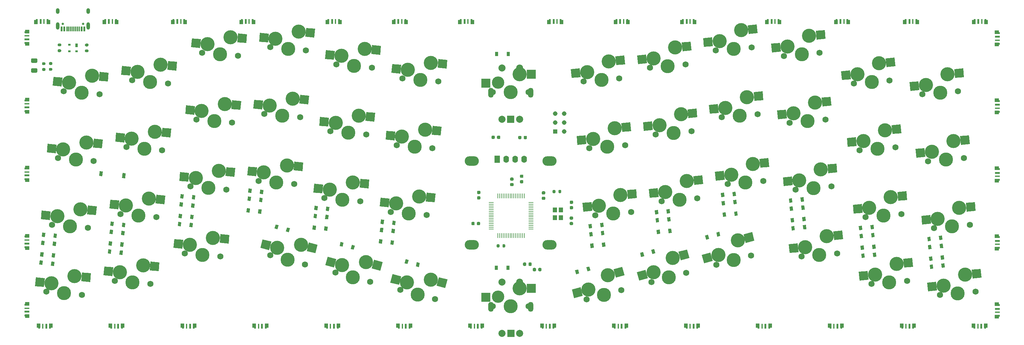
<source format=gbr>
%TF.GenerationSoftware,KiCad,Pcbnew,(5.1.8)-1*%
%TF.CreationDate,2021-01-22T10:31:16-05:00*%
%TF.ProjectId,ergo_60_case,6572676f-5f36-4305-9f63-6173652e6b69,rev?*%
%TF.SameCoordinates,Original*%
%TF.FileFunction,Soldermask,Bot*%
%TF.FilePolarity,Negative*%
%FSLAX46Y46*%
G04 Gerber Fmt 4.6, Leading zero omitted, Abs format (unit mm)*
G04 Created by KiCad (PCBNEW (5.1.8)-1) date 2021-01-22 10:31:16*
%MOMM*%
%LPD*%
G01*
G04 APERTURE LIST*
%ADD10R,1.150000X1.000000*%
%ADD11R,1.400000X0.550000*%
%ADD12R,1.400000X0.450000*%
%ADD13R,1.400000X0.600000*%
%ADD14R,1.000000X1.150000*%
%ADD15R,0.550000X1.400000*%
%ADD16R,0.450000X1.400000*%
%ADD17R,0.600000X1.400000*%
%ADD18O,4.000000X2.700000*%
%ADD19O,1.600000X2.000000*%
%ADD20R,1.600000X2.000000*%
%ADD21C,4.000000*%
%ADD22C,3.987800*%
%ADD23O,3.500000X3.500000*%
%ADD24C,1.750000*%
%ADD25R,2.550000X2.500000*%
%ADD26O,1.500000X2.800000*%
%ADD27C,2.000000*%
%ADD28O,2.000000X4.000000*%
%ADD29R,2.000000X2.000000*%
%ADD30C,0.100000*%
%ADD31R,0.280000X1.470000*%
%ADD32R,1.470000X0.280000*%
%ADD33R,1.308000X1.308000*%
%ADD34C,1.308000*%
%ADD35R,1.200000X1.400000*%
%ADD36R,0.600000X1.450000*%
%ADD37R,0.300000X1.450000*%
%ADD38C,0.650000*%
%ADD39O,1.000000X2.100000*%
%ADD40O,1.000000X1.600000*%
%ADD41R,0.700000X1.000000*%
%ADD42R,0.700000X0.600000*%
%ADD43R,0.900000X1.200000*%
G04 APERTURE END LIST*
D10*
%TO.C,D66*%
X343680000Y-83520000D03*
X343680000Y-87020000D03*
D11*
X343810000Y-86790000D03*
D12*
X343810000Y-85795000D03*
D13*
X343810000Y-84820000D03*
D11*
X343810000Y-83745000D03*
%TD*%
D10*
%TO.C,D68*%
X343680000Y-122140000D03*
X343680000Y-125640000D03*
D11*
X343810000Y-125410000D03*
D12*
X343810000Y-124415000D03*
D13*
X343810000Y-123440000D03*
D11*
X343810000Y-122365000D03*
%TD*%
D10*
%TO.C,D67*%
X343680000Y-102830000D03*
X343680000Y-106330000D03*
D11*
X343810000Y-106100000D03*
D12*
X343810000Y-105105000D03*
D13*
X343810000Y-104130000D03*
D11*
X343810000Y-103055000D03*
%TD*%
D14*
%TO.C,D90*%
X71580000Y-80620000D03*
X75080000Y-80620000D03*
D15*
X74850000Y-80490000D03*
D16*
X73855000Y-80490000D03*
D17*
X72880000Y-80490000D03*
D15*
X71805000Y-80490000D03*
%TD*%
D10*
%TO.C,D89*%
X69120000Y-86810000D03*
X69120000Y-83310000D03*
D11*
X68990000Y-83540000D03*
D12*
X68990000Y-84535000D03*
D13*
X68990000Y-85510000D03*
D11*
X68990000Y-86585000D03*
%TD*%
D10*
%TO.C,D88*%
X69120000Y-106147500D03*
X69120000Y-102647500D03*
D11*
X68990000Y-102877500D03*
D12*
X68990000Y-103872500D03*
D13*
X68990000Y-104847500D03*
D11*
X68990000Y-105922500D03*
%TD*%
D10*
%TO.C,D87*%
X69120000Y-125485000D03*
X69120000Y-121985000D03*
D11*
X68990000Y-122215000D03*
D12*
X68990000Y-123210000D03*
D13*
X68990000Y-124185000D03*
D11*
X68990000Y-125260000D03*
%TD*%
D10*
%TO.C,D86*%
X69120000Y-144822500D03*
X69120000Y-141322500D03*
D11*
X68990000Y-141552500D03*
D12*
X68990000Y-142547500D03*
D13*
X68990000Y-143522500D03*
D11*
X68990000Y-144597500D03*
%TD*%
D10*
%TO.C,D85*%
X69120000Y-164160000D03*
X69120000Y-160660000D03*
D11*
X68990000Y-160890000D03*
D12*
X68990000Y-161885000D03*
D13*
X68990000Y-162860000D03*
D11*
X68990000Y-163935000D03*
%TD*%
D14*
%TO.C,D84*%
X75770000Y-166830000D03*
X72270000Y-166830000D03*
D15*
X72500000Y-166960000D03*
D16*
X73495000Y-166960000D03*
D17*
X74470000Y-166960000D03*
D15*
X75545000Y-166960000D03*
%TD*%
D14*
%TO.C,D83*%
X96139230Y-166830000D03*
X92639230Y-166830000D03*
D15*
X92869230Y-166960000D03*
D16*
X93864230Y-166960000D03*
D17*
X94839230Y-166960000D03*
D15*
X95914230Y-166960000D03*
%TD*%
D14*
%TO.C,D82*%
X116508460Y-166830000D03*
X113008460Y-166830000D03*
D15*
X113238460Y-166960000D03*
D16*
X114233460Y-166960000D03*
D17*
X115208460Y-166960000D03*
D15*
X116283460Y-166960000D03*
%TD*%
D14*
%TO.C,D81*%
X136877690Y-166830000D03*
X133377690Y-166830000D03*
D15*
X133607690Y-166960000D03*
D16*
X134602690Y-166960000D03*
D17*
X135577690Y-166960000D03*
D15*
X136652690Y-166960000D03*
%TD*%
D14*
%TO.C,D80*%
X157246920Y-166830000D03*
X153746920Y-166830000D03*
D15*
X153976920Y-166960000D03*
D16*
X154971920Y-166960000D03*
D17*
X155946920Y-166960000D03*
D15*
X157021920Y-166960000D03*
%TD*%
D14*
%TO.C,D79*%
X177616150Y-166830000D03*
X174116150Y-166830000D03*
D15*
X174346150Y-166960000D03*
D16*
X175341150Y-166960000D03*
D17*
X176316150Y-166960000D03*
D15*
X177391150Y-166960000D03*
%TD*%
D14*
%TO.C,D78*%
X197985380Y-166830000D03*
X194485380Y-166830000D03*
D15*
X194715380Y-166960000D03*
D16*
X195710380Y-166960000D03*
D17*
X196685380Y-166960000D03*
D15*
X197760380Y-166960000D03*
%TD*%
D14*
%TO.C,D77*%
X218354610Y-166830000D03*
X214854610Y-166830000D03*
D15*
X215084610Y-166960000D03*
D16*
X216079610Y-166960000D03*
D17*
X217054610Y-166960000D03*
D15*
X218129610Y-166960000D03*
%TD*%
D14*
%TO.C,D76*%
X238723840Y-166830000D03*
X235223840Y-166830000D03*
D15*
X235453840Y-166960000D03*
D16*
X236448840Y-166960000D03*
D17*
X237423840Y-166960000D03*
D15*
X238498840Y-166960000D03*
%TD*%
D14*
%TO.C,D75*%
X259093070Y-166830000D03*
X255593070Y-166830000D03*
D15*
X255823070Y-166960000D03*
D16*
X256818070Y-166960000D03*
D17*
X257793070Y-166960000D03*
D15*
X258868070Y-166960000D03*
%TD*%
D14*
%TO.C,D74*%
X279462300Y-166830000D03*
X275962300Y-166830000D03*
D15*
X276192300Y-166960000D03*
D16*
X277187300Y-166960000D03*
D17*
X278162300Y-166960000D03*
D15*
X279237300Y-166960000D03*
%TD*%
D14*
%TO.C,D73*%
X299831530Y-166830000D03*
X296331530Y-166830000D03*
D15*
X296561530Y-166960000D03*
D16*
X297556530Y-166960000D03*
D17*
X298531530Y-166960000D03*
D15*
X299606530Y-166960000D03*
%TD*%
D14*
%TO.C,D72*%
X320200760Y-166830000D03*
X316700760Y-166830000D03*
D15*
X316930760Y-166960000D03*
D16*
X317925760Y-166960000D03*
D17*
X318900760Y-166960000D03*
D15*
X319975760Y-166960000D03*
%TD*%
D14*
%TO.C,D71*%
X340570000Y-166830000D03*
X337070000Y-166830000D03*
D15*
X337300000Y-166960000D03*
D16*
X338295000Y-166960000D03*
D17*
X339270000Y-166960000D03*
D15*
X340345000Y-166960000D03*
%TD*%
D10*
%TO.C,D70*%
X343680000Y-160760000D03*
X343680000Y-164260000D03*
D11*
X343810000Y-164030000D03*
D12*
X343810000Y-163035000D03*
D13*
X343810000Y-162060000D03*
D11*
X343810000Y-160985000D03*
%TD*%
D10*
%TO.C,D69*%
X343680000Y-141450000D03*
X343680000Y-144950000D03*
D11*
X343810000Y-144720000D03*
D12*
X343810000Y-143725000D03*
D13*
X343810000Y-142750000D03*
D11*
X343810000Y-141675000D03*
%TD*%
D14*
%TO.C,D65*%
X337140000Y-80620000D03*
X340640000Y-80620000D03*
D15*
X340410000Y-80490000D03*
D16*
X339415000Y-80490000D03*
D17*
X338440000Y-80490000D03*
D15*
X337365000Y-80490000D03*
%TD*%
D14*
%TO.C,D64*%
X317616666Y-80620000D03*
X321116666Y-80620000D03*
D15*
X320886666Y-80490000D03*
D16*
X319891666Y-80490000D03*
D17*
X318916666Y-80490000D03*
D15*
X317841666Y-80490000D03*
%TD*%
D14*
%TO.C,D63*%
X298093333Y-80620000D03*
X301593333Y-80620000D03*
D15*
X301363333Y-80490000D03*
D16*
X300368333Y-80490000D03*
D17*
X299393333Y-80490000D03*
D15*
X298318333Y-80490000D03*
%TD*%
D14*
%TO.C,D62*%
X278570000Y-80620000D03*
X282070000Y-80620000D03*
D15*
X281840000Y-80490000D03*
D16*
X280845000Y-80490000D03*
D17*
X279870000Y-80490000D03*
D15*
X278795000Y-80490000D03*
%TD*%
D14*
%TO.C,D61*%
X254540000Y-80620000D03*
X258040000Y-80620000D03*
D15*
X257810000Y-80490000D03*
D16*
X256815000Y-80490000D03*
D17*
X255840000Y-80490000D03*
D15*
X254765000Y-80490000D03*
%TD*%
D14*
%TO.C,D60*%
X235705000Y-80620000D03*
X239205000Y-80620000D03*
D15*
X238975000Y-80490000D03*
D16*
X237980000Y-80490000D03*
D17*
X237005000Y-80490000D03*
D15*
X235930000Y-80490000D03*
%TD*%
D14*
%TO.C,D59*%
X216870000Y-80620000D03*
X220370000Y-80620000D03*
D15*
X220140000Y-80490000D03*
D16*
X219145000Y-80490000D03*
D17*
X218170000Y-80490000D03*
D15*
X217095000Y-80490000D03*
%TD*%
D14*
%TO.C,D58*%
X191630000Y-80620000D03*
X195130000Y-80620000D03*
D15*
X194900000Y-80490000D03*
D16*
X193905000Y-80490000D03*
D17*
X192930000Y-80490000D03*
D15*
X191855000Y-80490000D03*
%TD*%
D14*
%TO.C,D57*%
X172880000Y-80620000D03*
X176380000Y-80620000D03*
D15*
X176150000Y-80490000D03*
D16*
X175155000Y-80490000D03*
D17*
X174180000Y-80490000D03*
D15*
X173105000Y-80490000D03*
%TD*%
D14*
%TO.C,D56*%
X154130000Y-80620000D03*
X157630000Y-80620000D03*
D15*
X157400000Y-80490000D03*
D16*
X156405000Y-80490000D03*
D17*
X155430000Y-80490000D03*
D15*
X154355000Y-80490000D03*
%TD*%
D14*
%TO.C,D55*%
X129670000Y-80620000D03*
X133170000Y-80620000D03*
D15*
X132940000Y-80490000D03*
D16*
X131945000Y-80490000D03*
D17*
X130970000Y-80490000D03*
D15*
X129895000Y-80490000D03*
%TD*%
D14*
%TO.C,D54*%
X110306666Y-80620000D03*
X113806666Y-80620000D03*
D15*
X113576666Y-80490000D03*
D16*
X112581666Y-80490000D03*
D17*
X111606666Y-80490000D03*
D15*
X110531666Y-80490000D03*
%TD*%
D14*
%TO.C,D53*%
X90943333Y-80620000D03*
X94443333Y-80620000D03*
D15*
X94213333Y-80490000D03*
D16*
X93218333Y-80490000D03*
D17*
X92243333Y-80490000D03*
D15*
X91168333Y-80490000D03*
%TD*%
D18*
%TO.C,U2*%
X195000000Y-143900000D03*
X217000000Y-143900000D03*
X217000000Y-120100000D03*
X195000000Y-120100000D03*
D19*
X209810000Y-119570000D03*
X207270000Y-119570000D03*
D20*
X202190000Y-119570000D03*
D19*
X204730000Y-119570000D03*
%TD*%
D21*
%TO.C,MX_ec11_46*%
X208570000Y-156280000D03*
D22*
X206030000Y-161360000D03*
D23*
X202420000Y-158620000D03*
D24*
X200950000Y-161360000D03*
X211110000Y-161360000D03*
D25*
X198945000Y-158820000D03*
X211845000Y-156280000D03*
D26*
X211640000Y-161500000D03*
D27*
X203540000Y-169000000D03*
X208540000Y-169000000D03*
D28*
X208540000Y-155500000D03*
D26*
X200440000Y-161500000D03*
D27*
X203540000Y-154500000D03*
D29*
X206040000Y-169000000D03*
%TD*%
D21*
%TO.C,MX_ec11_7*%
X208560000Y-95480000D03*
D22*
X206020000Y-100560000D03*
D23*
X202410000Y-97820000D03*
D24*
X200940000Y-100560000D03*
X211100000Y-100560000D03*
D25*
X198935000Y-98020000D03*
X211835000Y-95480000D03*
D26*
X211630000Y-100700000D03*
D27*
X203530000Y-108200000D03*
X208530000Y-108200000D03*
D28*
X208530000Y-94700000D03*
D26*
X200430000Y-100700000D03*
D27*
X203530000Y-93700000D03*
D29*
X206030000Y-108200000D03*
%TD*%
%TO.C,C11*%
G36*
G01*
X213820000Y-151170000D02*
X213820000Y-150670000D01*
G75*
G02*
X214045000Y-150445000I225000J0D01*
G01*
X214495000Y-150445000D01*
G75*
G02*
X214720000Y-150670000I0J-225000D01*
G01*
X214720000Y-151170000D01*
G75*
G02*
X214495000Y-151395000I-225000J0D01*
G01*
X214045000Y-151395000D01*
G75*
G02*
X213820000Y-151170000I0J225000D01*
G01*
G37*
G36*
G01*
X212270000Y-151170000D02*
X212270000Y-150670000D01*
G75*
G02*
X212495000Y-150445000I225000J0D01*
G01*
X212945000Y-150445000D01*
G75*
G02*
X213170000Y-150670000I0J-225000D01*
G01*
X213170000Y-151170000D01*
G75*
G02*
X212945000Y-151395000I-225000J0D01*
G01*
X212495000Y-151395000D01*
G75*
G02*
X212270000Y-151170000I0J225000D01*
G01*
G37*
%TD*%
%TO.C,C10*%
G36*
G01*
X211055000Y-149640000D02*
X211055000Y-149140000D01*
G75*
G02*
X211280000Y-148915000I225000J0D01*
G01*
X211730000Y-148915000D01*
G75*
G02*
X211955000Y-149140000I0J-225000D01*
G01*
X211955000Y-149640000D01*
G75*
G02*
X211730000Y-149865000I-225000J0D01*
G01*
X211280000Y-149865000D01*
G75*
G02*
X211055000Y-149640000I0J225000D01*
G01*
G37*
G36*
G01*
X209505000Y-149640000D02*
X209505000Y-149140000D01*
G75*
G02*
X209730000Y-148915000I225000J0D01*
G01*
X210180000Y-148915000D01*
G75*
G02*
X210405000Y-149140000I0J-225000D01*
G01*
X210405000Y-149640000D01*
G75*
G02*
X210180000Y-149865000I-225000J0D01*
G01*
X209730000Y-149865000D01*
G75*
G02*
X209505000Y-149640000I0J225000D01*
G01*
G37*
%TD*%
%TO.C,C9*%
G36*
G01*
X203035000Y-113110000D02*
X203035000Y-113610000D01*
G75*
G02*
X202810000Y-113835000I-225000J0D01*
G01*
X202360000Y-113835000D01*
G75*
G02*
X202135000Y-113610000I0J225000D01*
G01*
X202135000Y-113110000D01*
G75*
G02*
X202360000Y-112885000I225000J0D01*
G01*
X202810000Y-112885000D01*
G75*
G02*
X203035000Y-113110000I0J-225000D01*
G01*
G37*
G36*
G01*
X201485000Y-113110000D02*
X201485000Y-113610000D01*
G75*
G02*
X201260000Y-113835000I-225000J0D01*
G01*
X200810000Y-113835000D01*
G75*
G02*
X200585000Y-113610000I0J225000D01*
G01*
X200585000Y-113110000D01*
G75*
G02*
X200810000Y-112885000I225000J0D01*
G01*
X201260000Y-112885000D01*
G75*
G02*
X201485000Y-113110000I0J-225000D01*
G01*
G37*
%TD*%
%TO.C,C8*%
G36*
G01*
X208145000Y-113670000D02*
X208145000Y-113170000D01*
G75*
G02*
X208370000Y-112945000I225000J0D01*
G01*
X208820000Y-112945000D01*
G75*
G02*
X209045000Y-113170000I0J-225000D01*
G01*
X209045000Y-113670000D01*
G75*
G02*
X208820000Y-113895000I-225000J0D01*
G01*
X208370000Y-113895000D01*
G75*
G02*
X208145000Y-113670000I0J225000D01*
G01*
G37*
G36*
G01*
X209695000Y-113670000D02*
X209695000Y-113170000D01*
G75*
G02*
X209920000Y-112945000I225000J0D01*
G01*
X210370000Y-112945000D01*
G75*
G02*
X210595000Y-113170000I0J-225000D01*
G01*
X210595000Y-113670000D01*
G75*
G02*
X210370000Y-113895000I-225000J0D01*
G01*
X209920000Y-113895000D01*
G75*
G02*
X209695000Y-113670000I0J225000D01*
G01*
G37*
%TD*%
D30*
%TO.C,MX9*%
G36*
X254661755Y-88917992D02*
G01*
X254443866Y-86427505D01*
X256984163Y-86205258D01*
X257202052Y-88695745D01*
X254661755Y-88917992D01*
G37*
G36*
X242032219Y-92572636D02*
G01*
X241814330Y-90082149D01*
X244354627Y-89859902D01*
X244572516Y-92350389D01*
X242032219Y-92572636D01*
G37*
D24*
X255533507Y-92686354D03*
X245412169Y-93571856D03*
D21*
X246455961Y-90930834D03*
D22*
X250472838Y-93129105D03*
D21*
X252560421Y-87847060D03*
%TD*%
D31*
%TO.C,U3*%
X202370000Y-141300000D03*
X202870000Y-141300000D03*
X203370000Y-141300000D03*
X203870000Y-141300000D03*
X204370000Y-141300000D03*
X204870000Y-141300000D03*
X205370000Y-141300000D03*
X205870000Y-141300000D03*
X206370000Y-141300000D03*
X206870000Y-141300000D03*
X207370000Y-141300000D03*
X207870000Y-141300000D03*
X208370000Y-141300000D03*
X208870000Y-141300000D03*
X209370000Y-141300000D03*
X209870000Y-141300000D03*
X209870000Y-129960000D03*
X209370000Y-129960000D03*
X208870000Y-129960000D03*
X208370000Y-129960000D03*
X207870000Y-129960000D03*
X207370000Y-129960000D03*
X206870000Y-129960000D03*
X206370000Y-129960000D03*
X205870000Y-129960000D03*
X205370000Y-129960000D03*
X204870000Y-129960000D03*
X204370000Y-129960000D03*
X203870000Y-129960000D03*
X203370000Y-129960000D03*
X202870000Y-129960000D03*
X202370000Y-129960000D03*
D32*
X200450000Y-131880000D03*
X200450000Y-132380000D03*
X200450000Y-132880000D03*
X200450000Y-133380000D03*
X200450000Y-133880000D03*
X200450000Y-134380000D03*
X200450000Y-134880000D03*
X200450000Y-135380000D03*
X200450000Y-135880000D03*
X200450000Y-136380000D03*
X200450000Y-136880000D03*
X200450000Y-137380000D03*
X200450000Y-137880000D03*
X200450000Y-138380000D03*
X200450000Y-138880000D03*
X200450000Y-139380000D03*
X211790000Y-139380000D03*
X211790000Y-138880000D03*
X211790000Y-138380000D03*
X211790000Y-137880000D03*
X211790000Y-137380000D03*
X211790000Y-136880000D03*
X211790000Y-136380000D03*
X211790000Y-135880000D03*
X211790000Y-135380000D03*
X211790000Y-134880000D03*
X211790000Y-134380000D03*
X211790000Y-133880000D03*
X211790000Y-133380000D03*
X211790000Y-132880000D03*
X211790000Y-132380000D03*
X211790000Y-131880000D03*
%TD*%
D30*
%TO.C,MX14*%
G36*
X87709217Y-116259103D02*
G01*
X87927106Y-113768616D01*
X90467403Y-113990863D01*
X90249514Y-116481350D01*
X87709217Y-116259103D01*
G37*
G36*
X74636930Y-117665128D02*
G01*
X74854819Y-115174641D01*
X77395116Y-115396888D01*
X77177227Y-117887375D01*
X74636930Y-117665128D01*
G37*
D24*
X87913356Y-120121592D03*
X77792018Y-119236090D03*
D21*
X79278561Y-116816443D03*
D22*
X82852687Y-119678841D03*
D21*
X85825773Y-114839548D03*
%TD*%
D30*
%TO.C,MX25*%
G36*
X314084758Y-112403305D02*
G01*
X313866869Y-109912818D01*
X316407166Y-109690571D01*
X316625055Y-112181058D01*
X314084758Y-112403305D01*
G37*
G36*
X301455222Y-116057949D02*
G01*
X301237333Y-113567462D01*
X303777630Y-113345215D01*
X303995519Y-115835702D01*
X301455222Y-116057949D01*
G37*
D24*
X314956510Y-116171667D03*
X304835172Y-117057169D03*
D21*
X305878964Y-114416147D03*
D22*
X309895841Y-116614418D03*
D21*
X311983424Y-111332373D03*
%TD*%
D30*
%TO.C,MX47*%
G36*
X235767133Y-153205651D02*
G01*
X235120086Y-150790836D01*
X237583197Y-150130847D01*
X238230244Y-152545662D01*
X235767133Y-153205651D01*
G37*
G36*
X223964090Y-158997868D02*
G01*
X223317043Y-156583053D01*
X225780154Y-155923064D01*
X226427201Y-158337879D01*
X223964090Y-158997868D01*
G37*
D24*
X237280010Y-156765384D03*
X227466204Y-159394986D03*
D21*
X228035529Y-156612834D03*
D22*
X232373107Y-158080185D03*
D21*
X233511758Y-152515881D03*
%TD*%
D30*
%TO.C,MX22*%
G36*
X256322073Y-107895500D02*
G01*
X256104184Y-105405013D01*
X258644481Y-105182766D01*
X258862370Y-107673253D01*
X256322073Y-107895500D01*
G37*
G36*
X243692537Y-111550144D02*
G01*
X243474648Y-109059657D01*
X246014945Y-108837410D01*
X246232834Y-111327897D01*
X243692537Y-111550144D01*
G37*
D24*
X257193825Y-111663862D03*
X247072487Y-112549364D03*
D21*
X248116279Y-109908342D03*
D22*
X252133156Y-112106613D03*
D21*
X254220739Y-106824568D03*
%TD*%
D30*
%TO.C,MX52*%
G36*
X336798024Y-153442881D02*
G01*
X336580135Y-150952394D01*
X339120432Y-150730147D01*
X339338321Y-153220634D01*
X336798024Y-153442881D01*
G37*
G36*
X324168488Y-157097525D02*
G01*
X323950599Y-154607038D01*
X326490896Y-154384791D01*
X326708785Y-156875278D01*
X324168488Y-157097525D01*
G37*
D24*
X337669776Y-157211243D03*
X327548438Y-158096745D03*
D21*
X328592230Y-155455723D03*
D22*
X332609107Y-157653994D03*
D21*
X334696690Y-152371949D03*
%TD*%
D30*
%TO.C,MX51*%
G36*
X317405391Y-150358323D02*
G01*
X317187502Y-147867836D01*
X319727799Y-147645589D01*
X319945688Y-150136076D01*
X317405391Y-150358323D01*
G37*
G36*
X304775855Y-154012967D02*
G01*
X304557966Y-151522480D01*
X307098263Y-151300233D01*
X307316152Y-153790720D01*
X304775855Y-154012967D01*
G37*
D24*
X318277143Y-154126685D03*
X308155805Y-155012187D03*
D21*
X309199597Y-152371165D03*
D22*
X313216474Y-154569436D03*
D21*
X315304057Y-149287391D03*
%TD*%
D30*
%TO.C,MX50*%
G36*
X297597725Y-142529885D02*
G01*
X297379836Y-140039398D01*
X299920133Y-139817151D01*
X300138022Y-142307638D01*
X297597725Y-142529885D01*
G37*
G36*
X284968189Y-146184529D02*
G01*
X284750300Y-143694042D01*
X287290597Y-143471795D01*
X287508486Y-145962282D01*
X284968189Y-146184529D01*
G37*
D24*
X298469477Y-146298247D03*
X288348139Y-147183749D03*
D21*
X289391931Y-144542727D03*
D22*
X293408808Y-146740998D03*
D21*
X295496391Y-141458953D03*
%TD*%
D30*
%TO.C,MX49*%
G36*
X272568907Y-143344645D02*
G01*
X271921860Y-140929830D01*
X274384971Y-140269841D01*
X275032018Y-142684656D01*
X272568907Y-143344645D01*
G37*
G36*
X260765864Y-149136862D02*
G01*
X260118817Y-146722047D01*
X262581928Y-146062058D01*
X263228975Y-148476873D01*
X260765864Y-149136862D01*
G37*
D24*
X274081784Y-146904378D03*
X264267978Y-149533980D03*
D21*
X264837303Y-146751828D03*
D22*
X269174881Y-148219179D03*
D21*
X270313532Y-142654875D03*
%TD*%
D30*
%TO.C,MX48*%
G36*
X254168020Y-148275149D02*
G01*
X253520973Y-145860334D01*
X255984084Y-145200345D01*
X256631131Y-147615160D01*
X254168020Y-148275149D01*
G37*
G36*
X242364977Y-154067366D02*
G01*
X241717930Y-151652551D01*
X244181041Y-150992562D01*
X244828088Y-153407377D01*
X242364977Y-154067366D01*
G37*
D24*
X255680897Y-151834882D03*
X245867091Y-154464484D03*
D21*
X246436416Y-151682332D03*
D22*
X250773994Y-153149683D03*
D21*
X251912645Y-147585379D03*
%TD*%
D30*
%TO.C,MX45*%
G36*
X185030166Y-155490480D02*
G01*
X185677213Y-153075665D01*
X188140324Y-153735654D01*
X187493277Y-156150469D01*
X185030166Y-155490480D01*
G37*
G36*
X171912323Y-154605165D02*
G01*
X172559370Y-152190350D01*
X175022481Y-152850339D01*
X174375434Y-155265154D01*
X171912323Y-154605165D01*
G37*
D24*
X184560489Y-159329738D03*
X174746683Y-156700136D03*
D21*
X176630809Y-154575385D03*
D22*
X179653586Y-158014937D03*
D21*
X183421838Y-153765434D03*
%TD*%
D30*
%TO.C,MX44*%
G36*
X166629277Y-150559978D02*
G01*
X167276324Y-148145163D01*
X169739435Y-148805152D01*
X169092388Y-151219967D01*
X166629277Y-150559978D01*
G37*
G36*
X153511434Y-149674663D02*
G01*
X154158481Y-147259848D01*
X156621592Y-147919837D01*
X155974545Y-150334652D01*
X153511434Y-149674663D01*
G37*
D24*
X166159600Y-154399236D03*
X156345794Y-151769634D03*
D21*
X158229920Y-149644883D03*
D22*
X161252697Y-153084435D03*
D21*
X165020949Y-148834932D03*
%TD*%
D30*
%TO.C,MX43*%
G36*
X148228390Y-145629476D02*
G01*
X148875437Y-143214661D01*
X151338548Y-143874650D01*
X150691501Y-146289465D01*
X148228390Y-145629476D01*
G37*
G36*
X135110547Y-144744161D02*
G01*
X135757594Y-142329346D01*
X138220705Y-142989335D01*
X137573658Y-145404150D01*
X135110547Y-144744161D01*
G37*
D24*
X147758713Y-149468734D03*
X137944907Y-146839132D03*
D21*
X139829033Y-144714381D03*
D22*
X142851810Y-148153933D03*
D21*
X146620062Y-143904430D03*
%TD*%
D30*
%TO.C,MX42*%
G36*
X123586268Y-143331011D02*
G01*
X123804157Y-140840524D01*
X126344454Y-141062771D01*
X126126565Y-143553258D01*
X123586268Y-143331011D01*
G37*
G36*
X110513981Y-144737036D02*
G01*
X110731870Y-142246549D01*
X113272167Y-142468796D01*
X113054278Y-144959283D01*
X110513981Y-144737036D01*
G37*
D24*
X123790407Y-147193500D03*
X113669069Y-146307998D03*
D21*
X115155612Y-143888351D03*
D22*
X118729738Y-146750749D03*
D21*
X121702824Y-141911456D03*
%TD*%
D30*
%TO.C,MX41*%
G36*
X103781214Y-151129561D02*
G01*
X103999103Y-148639074D01*
X106539400Y-148861321D01*
X106321511Y-151351808D01*
X103781214Y-151129561D01*
G37*
G36*
X90708927Y-152535586D02*
G01*
X90926816Y-150045099D01*
X93467113Y-150267346D01*
X93249224Y-152757833D01*
X90708927Y-152535586D01*
G37*
D24*
X103985353Y-154992050D03*
X93864015Y-154106548D03*
D21*
X95350558Y-151686901D03*
D22*
X98924684Y-154549299D03*
D21*
X101897770Y-149710006D03*
%TD*%
D30*
%TO.C,MX40*%
G36*
X84388581Y-154214121D02*
G01*
X84606470Y-151723634D01*
X87146767Y-151945881D01*
X86928878Y-154436368D01*
X84388581Y-154214121D01*
G37*
G36*
X71316294Y-155620146D02*
G01*
X71534183Y-153129659D01*
X74074480Y-153351906D01*
X73856591Y-155842393D01*
X71316294Y-155620146D01*
G37*
D24*
X84592720Y-158076610D03*
X74471382Y-157191108D03*
D21*
X75957925Y-154771461D03*
D22*
X79532051Y-157633859D03*
D21*
X82505137Y-152794566D03*
%TD*%
D30*
%TO.C,MX39*%
G36*
X335137706Y-134465372D02*
G01*
X334919817Y-131974885D01*
X337460114Y-131752638D01*
X337678003Y-134243125D01*
X335137706Y-134465372D01*
G37*
G36*
X322508170Y-138120016D02*
G01*
X322290281Y-135629529D01*
X324830578Y-135407282D01*
X325048467Y-137897769D01*
X322508170Y-138120016D01*
G37*
D24*
X336009458Y-138233734D03*
X325888120Y-139119236D03*
D21*
X326931912Y-136478214D03*
D22*
X330948789Y-138676485D03*
D21*
X333036372Y-133394440D03*
%TD*%
D30*
%TO.C,MX38*%
G36*
X315745073Y-131380814D02*
G01*
X315527184Y-128890327D01*
X318067481Y-128668080D01*
X318285370Y-131158567D01*
X315745073Y-131380814D01*
G37*
G36*
X303115537Y-135035458D02*
G01*
X302897648Y-132544971D01*
X305437945Y-132322724D01*
X305655834Y-134813211D01*
X303115537Y-135035458D01*
G37*
D24*
X316616825Y-135149176D03*
X306495487Y-136034678D03*
D21*
X307539279Y-133393656D03*
D22*
X311556156Y-135591927D03*
D21*
X313643739Y-130309882D03*
%TD*%
D30*
%TO.C,MX37*%
G36*
X295937408Y-123552376D02*
G01*
X295719519Y-121061889D01*
X298259816Y-120839642D01*
X298477705Y-123330129D01*
X295937408Y-123552376D01*
G37*
G36*
X283307872Y-127207020D02*
G01*
X283089983Y-124716533D01*
X285630280Y-124494286D01*
X285848169Y-126984773D01*
X283307872Y-127207020D01*
G37*
D24*
X296809160Y-127320738D03*
X286687822Y-128206240D03*
D21*
X287731614Y-125565218D03*
D22*
X291748491Y-127763489D03*
D21*
X293836074Y-122481444D03*
%TD*%
D30*
%TO.C,MX36*%
G36*
X276677601Y-121986018D02*
G01*
X276459712Y-119495531D01*
X279000009Y-119273284D01*
X279217898Y-121763771D01*
X276677601Y-121986018D01*
G37*
G36*
X264048065Y-125640662D02*
G01*
X263830176Y-123150175D01*
X266370473Y-122927928D01*
X266588362Y-125418415D01*
X264048065Y-125640662D01*
G37*
D24*
X277549353Y-125754380D03*
X267428015Y-126639882D03*
D21*
X268471807Y-123998860D03*
D22*
X272488684Y-126197131D03*
D21*
X274576267Y-120915086D03*
%TD*%
D30*
%TO.C,MX35*%
G36*
X257982390Y-126873009D02*
G01*
X257764501Y-124382522D01*
X260304798Y-124160275D01*
X260522687Y-126650762D01*
X257982390Y-126873009D01*
G37*
G36*
X245352854Y-130527653D02*
G01*
X245134965Y-128037166D01*
X247675262Y-127814919D01*
X247893151Y-130305406D01*
X245352854Y-130527653D01*
G37*
D24*
X258854142Y-130641371D03*
X248732804Y-131526873D03*
D21*
X249776596Y-128885851D03*
D22*
X253793473Y-131084122D03*
D21*
X255881056Y-125802077D03*
%TD*%
D30*
%TO.C,MX34*%
G36*
X239204119Y-130810628D02*
G01*
X238986230Y-128320141D01*
X241526527Y-128097894D01*
X241744416Y-130588381D01*
X239204119Y-130810628D01*
G37*
G36*
X226574583Y-134465272D02*
G01*
X226356694Y-131974785D01*
X228896991Y-131752538D01*
X229114880Y-134243025D01*
X226574583Y-134465272D01*
G37*
D24*
X240075871Y-134578990D03*
X229954533Y-135464492D03*
D21*
X230998325Y-132823470D03*
D22*
X235015202Y-135021741D03*
D21*
X237102785Y-129739696D03*
%TD*%
D30*
%TO.C,MX32*%
G36*
X181982490Y-131581868D02*
G01*
X182200379Y-129091381D01*
X184740676Y-129313628D01*
X184522787Y-131804115D01*
X181982490Y-131581868D01*
G37*
G36*
X168910203Y-132987893D02*
G01*
X169128092Y-130497406D01*
X171668389Y-130719653D01*
X171450500Y-133210140D01*
X168910203Y-132987893D01*
G37*
D24*
X182186629Y-135444357D03*
X172065291Y-134558855D03*
D21*
X173551834Y-132139208D03*
D22*
X177125960Y-135001606D03*
D21*
X180099046Y-130162313D03*
%TD*%
D30*
%TO.C,MX31*%
G36*
X163204218Y-127644248D02*
G01*
X163422107Y-125153761D01*
X165962404Y-125376008D01*
X165744515Y-127866495D01*
X163204218Y-127644248D01*
G37*
G36*
X150131931Y-129050273D02*
G01*
X150349820Y-126559786D01*
X152890117Y-126782033D01*
X152672228Y-129272520D01*
X150131931Y-129050273D01*
G37*
D24*
X163408357Y-131506737D03*
X153287019Y-130621235D03*
D21*
X154773562Y-128201588D03*
D22*
X158347688Y-131063986D03*
D21*
X161320774Y-126224693D03*
%TD*%
D30*
%TO.C,MX30*%
G36*
X144509006Y-122757258D02*
G01*
X144726895Y-120266771D01*
X147267192Y-120489018D01*
X147049303Y-122979505D01*
X144509006Y-122757258D01*
G37*
G36*
X131436719Y-124163283D02*
G01*
X131654608Y-121672796D01*
X134194905Y-121895043D01*
X133977016Y-124385530D01*
X131436719Y-124163283D01*
G37*
D24*
X144713145Y-126619747D03*
X134591807Y-125734245D03*
D21*
X136078350Y-123314598D03*
D22*
X139652476Y-126176996D03*
D21*
X142625562Y-121337703D03*
%TD*%
D30*
%TO.C,MX29*%
G36*
X125249200Y-124323616D02*
G01*
X125467089Y-121833129D01*
X128007386Y-122055376D01*
X127789497Y-124545863D01*
X125249200Y-124323616D01*
G37*
G36*
X112176913Y-125729641D02*
G01*
X112394802Y-123239154D01*
X114935099Y-123461401D01*
X114717210Y-125951888D01*
X112176913Y-125729641D01*
G37*
D24*
X125453339Y-128186105D03*
X115332001Y-127300603D03*
D21*
X116818544Y-124880956D03*
D22*
X120392670Y-127743354D03*
D21*
X123365756Y-122904061D03*
%TD*%
D30*
%TO.C,MX28*%
G36*
X105441532Y-132152053D02*
G01*
X105659421Y-129661566D01*
X108199718Y-129883813D01*
X107981829Y-132374300D01*
X105441532Y-132152053D01*
G37*
G36*
X92369245Y-133558078D02*
G01*
X92587134Y-131067591D01*
X95127431Y-131289838D01*
X94909542Y-133780325D01*
X92369245Y-133558078D01*
G37*
D24*
X105645671Y-136014542D03*
X95524333Y-135129040D03*
D21*
X97010876Y-132709393D03*
D22*
X100585002Y-135571791D03*
D21*
X103558088Y-130732498D03*
%TD*%
D30*
%TO.C,MX27*%
G36*
X86048899Y-135236612D02*
G01*
X86266788Y-132746125D01*
X88807085Y-132968372D01*
X88589196Y-135458859D01*
X86048899Y-135236612D01*
G37*
G36*
X72976612Y-136642637D02*
G01*
X73194501Y-134152150D01*
X75734798Y-134374397D01*
X75516909Y-136864884D01*
X72976612Y-136642637D01*
G37*
D24*
X86253038Y-139099101D03*
X76131700Y-138213599D03*
D21*
X77618243Y-135793952D03*
D22*
X81192369Y-138656350D03*
D21*
X84165455Y-133817057D03*
%TD*%
D30*
%TO.C,MX26*%
G36*
X333477390Y-115487862D02*
G01*
X333259501Y-112997375D01*
X335799798Y-112775128D01*
X336017687Y-115265615D01*
X333477390Y-115487862D01*
G37*
G36*
X320847854Y-119142506D02*
G01*
X320629965Y-116652019D01*
X323170262Y-116429772D01*
X323388151Y-118920259D01*
X320847854Y-119142506D01*
G37*
D24*
X334349142Y-119256224D03*
X324227804Y-120141726D03*
D21*
X325271596Y-117500704D03*
D22*
X329288473Y-119698975D03*
D21*
X331376056Y-114416930D03*
%TD*%
D30*
%TO.C,MX24*%
G36*
X294277091Y-104574867D02*
G01*
X294059202Y-102084380D01*
X296599499Y-101862133D01*
X296817388Y-104352620D01*
X294277091Y-104574867D01*
G37*
G36*
X281647555Y-108229511D02*
G01*
X281429666Y-105739024D01*
X283969963Y-105516777D01*
X284187852Y-108007264D01*
X281647555Y-108229511D01*
G37*
D24*
X295148843Y-108343229D03*
X285027505Y-109228731D03*
D21*
X286071297Y-106587709D03*
D22*
X290088174Y-108785980D03*
D21*
X292175757Y-103503935D03*
%TD*%
D30*
%TO.C,MX23*%
G36*
X275017284Y-103008509D02*
G01*
X274799395Y-100518022D01*
X277339692Y-100295775D01*
X277557581Y-102786262D01*
X275017284Y-103008509D01*
G37*
G36*
X262387748Y-106663153D02*
G01*
X262169859Y-104172666D01*
X264710156Y-103950419D01*
X264928045Y-106440906D01*
X262387748Y-106663153D01*
G37*
D24*
X275889036Y-106776871D03*
X265767698Y-107662373D03*
D21*
X266811490Y-105021351D03*
D22*
X270828367Y-107219622D03*
D21*
X272915950Y-101937577D03*
%TD*%
D30*
%TO.C,MX21*%
G36*
X237543802Y-111833119D02*
G01*
X237325913Y-109342632D01*
X239866210Y-109120385D01*
X240084099Y-111610872D01*
X237543802Y-111833119D01*
G37*
G36*
X224914266Y-115487763D02*
G01*
X224696377Y-112997276D01*
X227236674Y-112775029D01*
X227454563Y-115265516D01*
X224914266Y-115487763D01*
G37*
D24*
X238415554Y-115601481D03*
X228294216Y-116486983D03*
D21*
X229338008Y-113845961D03*
D22*
X233354885Y-116044232D03*
D21*
X235442468Y-110762187D03*
%TD*%
D30*
%TO.C,MX19*%
G36*
X183642806Y-112604357D02*
G01*
X183860695Y-110113870D01*
X186400992Y-110336117D01*
X186183103Y-112826604D01*
X183642806Y-112604357D01*
G37*
G36*
X170570519Y-114010382D02*
G01*
X170788408Y-111519895D01*
X173328705Y-111742142D01*
X173110816Y-114232629D01*
X170570519Y-114010382D01*
G37*
D24*
X183846945Y-116466846D03*
X173725607Y-115581344D03*
D21*
X175212150Y-113161697D03*
D22*
X178786276Y-116024095D03*
D21*
X181759362Y-111184802D03*
%TD*%
D30*
%TO.C,MX18*%
G36*
X164864535Y-108666739D02*
G01*
X165082424Y-106176252D01*
X167622721Y-106398499D01*
X167404832Y-108888986D01*
X164864535Y-108666739D01*
G37*
G36*
X151792248Y-110072764D02*
G01*
X152010137Y-107582277D01*
X154550434Y-107804524D01*
X154332545Y-110295011D01*
X151792248Y-110072764D01*
G37*
D24*
X165068674Y-112529228D03*
X154947336Y-111643726D03*
D21*
X156433879Y-109224079D03*
D22*
X160008005Y-112086477D03*
D21*
X162981091Y-107247184D03*
%TD*%
D30*
%TO.C,MX17*%
G36*
X146169322Y-103779749D02*
G01*
X146387211Y-101289262D01*
X148927508Y-101511509D01*
X148709619Y-104001996D01*
X146169322Y-103779749D01*
G37*
G36*
X133097035Y-105185774D02*
G01*
X133314924Y-102695287D01*
X135855221Y-102917534D01*
X135637332Y-105408021D01*
X133097035Y-105185774D01*
G37*
D24*
X146373461Y-107642238D03*
X136252123Y-106756736D03*
D21*
X137738666Y-104337089D03*
D22*
X141312792Y-107199487D03*
D21*
X144285878Y-102360194D03*
%TD*%
D30*
%TO.C,MX16*%
G36*
X126909517Y-105346107D02*
G01*
X127127406Y-102855620D01*
X129667703Y-103077867D01*
X129449814Y-105568354D01*
X126909517Y-105346107D01*
G37*
G36*
X113837230Y-106752132D02*
G01*
X114055119Y-104261645D01*
X116595416Y-104483892D01*
X116377527Y-106974379D01*
X113837230Y-106752132D01*
G37*
D24*
X127113656Y-109208596D03*
X116992318Y-108323094D03*
D21*
X118478861Y-105903447D03*
D22*
X122052987Y-108765845D03*
D21*
X125026073Y-103926552D03*
%TD*%
D30*
%TO.C,MX15*%
G36*
X107101848Y-113174543D02*
G01*
X107319737Y-110684056D01*
X109860034Y-110906303D01*
X109642145Y-113396790D01*
X107101848Y-113174543D01*
G37*
G36*
X94029561Y-114580568D02*
G01*
X94247450Y-112090081D01*
X96787747Y-112312328D01*
X96569858Y-114802815D01*
X94029561Y-114580568D01*
G37*
D24*
X107305987Y-117037032D03*
X97184649Y-116151530D03*
D21*
X98671192Y-113731883D03*
D22*
X102245318Y-116594281D03*
D21*
X105218404Y-111754988D03*
%TD*%
D30*
%TO.C,MX13*%
G36*
X331817071Y-96510354D02*
G01*
X331599182Y-94019867D01*
X334139479Y-93797620D01*
X334357368Y-96288107D01*
X331817071Y-96510354D01*
G37*
G36*
X319187535Y-100164998D02*
G01*
X318969646Y-97674511D01*
X321509943Y-97452264D01*
X321727832Y-99942751D01*
X319187535Y-100164998D01*
G37*
D24*
X332688823Y-100278716D03*
X322567485Y-101164218D03*
D21*
X323611277Y-98523196D03*
D22*
X327628154Y-100721467D03*
D21*
X329715737Y-95439422D03*
%TD*%
D30*
%TO.C,MX12*%
G36*
X312424441Y-93425796D02*
G01*
X312206552Y-90935309D01*
X314746849Y-90713062D01*
X314964738Y-93203549D01*
X312424441Y-93425796D01*
G37*
G36*
X299794905Y-97080440D02*
G01*
X299577016Y-94589953D01*
X302117313Y-94367706D01*
X302335202Y-96858193D01*
X299794905Y-97080440D01*
G37*
D24*
X313296193Y-97194158D03*
X303174855Y-98079660D03*
D21*
X304218647Y-95438638D03*
D22*
X308235524Y-97636909D03*
D21*
X310323107Y-92354864D03*
%TD*%
D30*
%TO.C,MX11*%
G36*
X292616773Y-85597358D02*
G01*
X292398884Y-83106871D01*
X294939181Y-82884624D01*
X295157070Y-85375111D01*
X292616773Y-85597358D01*
G37*
G36*
X279987237Y-89252002D02*
G01*
X279769348Y-86761515D01*
X282309645Y-86539268D01*
X282527534Y-89029755D01*
X279987237Y-89252002D01*
G37*
D24*
X293488525Y-89365720D03*
X283367187Y-90251222D03*
D21*
X284410979Y-87610200D03*
D22*
X288427856Y-89808471D03*
D21*
X290515439Y-84526426D03*
%TD*%
D30*
%TO.C,MX10*%
G36*
X273356966Y-84031001D02*
G01*
X273139077Y-81540514D01*
X275679374Y-81318267D01*
X275897263Y-83808754D01*
X273356966Y-84031001D01*
G37*
G36*
X260727430Y-87685645D02*
G01*
X260509541Y-85195158D01*
X263049838Y-84972911D01*
X263267727Y-87463398D01*
X260727430Y-87685645D01*
G37*
D24*
X274228718Y-87799363D03*
X264107380Y-88684865D03*
D21*
X265151172Y-86043843D03*
D22*
X269168049Y-88242114D03*
D21*
X271255632Y-82960069D03*
%TD*%
D30*
%TO.C,MX8*%
G36*
X235883484Y-92855610D02*
G01*
X235665595Y-90365123D01*
X238205892Y-90142876D01*
X238423781Y-92633363D01*
X235883484Y-92855610D01*
G37*
G36*
X223253948Y-96510254D02*
G01*
X223036059Y-94019767D01*
X225576356Y-93797520D01*
X225794245Y-96288007D01*
X223253948Y-96510254D01*
G37*
D24*
X236755236Y-96623972D03*
X226633898Y-97509474D03*
D21*
X227677690Y-94868452D03*
D22*
X231694567Y-97066723D03*
D21*
X233782150Y-91784678D03*
%TD*%
D30*
%TO.C,MX6*%
G36*
X185303121Y-93626848D02*
G01*
X185521010Y-91136361D01*
X188061307Y-91358608D01*
X187843418Y-93849095D01*
X185303121Y-93626848D01*
G37*
G36*
X172230834Y-95032873D02*
G01*
X172448723Y-92542386D01*
X174989020Y-92764633D01*
X174771131Y-95255120D01*
X172230834Y-95032873D01*
G37*
D24*
X185507260Y-97489337D03*
X175385922Y-96603835D03*
D21*
X176872465Y-94184188D03*
D22*
X180446591Y-97046586D03*
D21*
X183419677Y-92207293D03*
%TD*%
D30*
%TO.C,MX5*%
G36*
X166524851Y-89689230D02*
G01*
X166742740Y-87198743D01*
X169283037Y-87420990D01*
X169065148Y-89911477D01*
X166524851Y-89689230D01*
G37*
G36*
X153452564Y-91095255D02*
G01*
X153670453Y-88604768D01*
X156210750Y-88827015D01*
X155992861Y-91317502D01*
X153452564Y-91095255D01*
G37*
D24*
X166728990Y-93551719D03*
X156607652Y-92666217D03*
D21*
X158094195Y-90246570D03*
D22*
X161668321Y-93108968D03*
D21*
X164641407Y-88269675D03*
%TD*%
D30*
%TO.C,MX4*%
G36*
X147829639Y-84802240D02*
G01*
X148047528Y-82311753D01*
X150587825Y-82534000D01*
X150369936Y-85024487D01*
X147829639Y-84802240D01*
G37*
G36*
X134757352Y-86208265D02*
G01*
X134975241Y-83717778D01*
X137515538Y-83940025D01*
X137297649Y-86430512D01*
X134757352Y-86208265D01*
G37*
D24*
X148033778Y-88664729D03*
X137912440Y-87779227D03*
D21*
X139398983Y-85359580D03*
D22*
X142973109Y-88221978D03*
D21*
X145946195Y-83382685D03*
%TD*%
D30*
%TO.C,MX3*%
G36*
X128569832Y-86368598D02*
G01*
X128787721Y-83878111D01*
X131328018Y-84100358D01*
X131110129Y-86590845D01*
X128569832Y-86368598D01*
G37*
G36*
X115497545Y-87774623D02*
G01*
X115715434Y-85284136D01*
X118255731Y-85506383D01*
X118037842Y-87996870D01*
X115497545Y-87774623D01*
G37*
D24*
X128773971Y-90231087D03*
X118652633Y-89345585D03*
D21*
X120139176Y-86925938D03*
D22*
X123713302Y-89788336D03*
D21*
X126686388Y-84949043D03*
%TD*%
D30*
%TO.C,MX2*%
G36*
X108762165Y-94197034D02*
G01*
X108980054Y-91706547D01*
X111520351Y-91928794D01*
X111302462Y-94419281D01*
X108762165Y-94197034D01*
G37*
G36*
X95689878Y-95603059D02*
G01*
X95907767Y-93112572D01*
X98448064Y-93334819D01*
X98230175Y-95825306D01*
X95689878Y-95603059D01*
G37*
D24*
X108966304Y-98059523D03*
X98844966Y-97174021D03*
D21*
X100331509Y-94754374D03*
D22*
X103905635Y-97616772D03*
D21*
X106878721Y-92777479D03*
%TD*%
D30*
%TO.C,MX1*%
G36*
X89369534Y-97281594D02*
G01*
X89587423Y-94791107D01*
X92127720Y-95013354D01*
X91909831Y-97503841D01*
X89369534Y-97281594D01*
G37*
G36*
X76297247Y-98687619D02*
G01*
X76515136Y-96197132D01*
X79055433Y-96419379D01*
X78837544Y-98909866D01*
X76297247Y-98687619D01*
G37*
D24*
X89573673Y-101144083D03*
X79452335Y-100258581D03*
D21*
X80938878Y-97838934D03*
D22*
X84513004Y-100701332D03*
D21*
X87486090Y-95862039D03*
%TD*%
D30*
%TO.C,D10*%
G36*
X265623689Y-130371668D02*
G01*
X265519102Y-129176234D01*
X266415677Y-129097794D01*
X266520264Y-130293228D01*
X265623689Y-130371668D01*
G37*
G36*
X268911131Y-130084054D02*
G01*
X268806544Y-128888620D01*
X269703119Y-128810180D01*
X269807706Y-130005614D01*
X268911131Y-130084054D01*
G37*
%TD*%
%TO.C,D49*%
G36*
X261330095Y-142417212D02*
G01*
X261019512Y-141258101D01*
X261888845Y-141025164D01*
X262199428Y-142184275D01*
X261330095Y-142417212D01*
G37*
G36*
X264517651Y-141563110D02*
G01*
X264207068Y-140403999D01*
X265076401Y-140171062D01*
X265386984Y-141330173D01*
X264517651Y-141563110D01*
G37*
%TD*%
%TO.C,D36*%
G36*
X266111762Y-135950358D02*
G01*
X266007175Y-134754924D01*
X266903750Y-134676484D01*
X267008337Y-135871918D01*
X266111762Y-135950358D01*
G37*
G36*
X269399204Y-135662744D02*
G01*
X269294617Y-134467310D01*
X270191192Y-134388870D01*
X270295779Y-135584304D01*
X269399204Y-135662744D01*
G37*
%TD*%
%TO.C,D23*%
G36*
X265830285Y-132690744D02*
G01*
X265725698Y-131495310D01*
X266622273Y-131416870D01*
X266726860Y-132612304D01*
X265830285Y-132690744D01*
G37*
G36*
X269117727Y-132403130D02*
G01*
X269013140Y-131207696D01*
X269909715Y-131129256D01*
X270014302Y-132324690D01*
X269117727Y-132403130D01*
G37*
%TD*%
%TO.C,SW1*%
G36*
X89483070Y-124334860D02*
G01*
X89605088Y-122940188D01*
X90501664Y-123018628D01*
X90379646Y-124413300D01*
X89483070Y-124334860D01*
G37*
G36*
X95958336Y-124901372D02*
G01*
X96080354Y-123506700D01*
X96976930Y-123585140D01*
X96854912Y-124979812D01*
X95958336Y-124901372D01*
G37*
%TD*%
D33*
%TO.C,U4*%
X218600000Y-111700000D03*
D34*
X221140000Y-111700000D03*
X221140000Y-106620000D03*
X218600000Y-106620000D03*
X221140000Y-109160000D03*
X218600000Y-109160000D03*
%TD*%
D35*
%TO.C,Y1*%
X218560000Y-136210000D03*
X218560000Y-134010000D03*
X220260000Y-134010000D03*
X220260000Y-136210000D03*
%TD*%
D36*
%TO.C,USB1*%
X85285000Y-82625000D03*
X78835000Y-82625000D03*
X84510000Y-82625000D03*
X79610000Y-82625000D03*
D37*
X80310000Y-82625000D03*
X83810000Y-82625000D03*
X80810000Y-82625000D03*
X83310000Y-82625000D03*
X81310000Y-82625000D03*
X82810000Y-82625000D03*
X82310000Y-82625000D03*
X81810000Y-82625000D03*
D38*
X84950000Y-81180000D03*
X79170000Y-81180000D03*
D39*
X77740000Y-81710000D03*
X86380000Y-81710000D03*
D40*
X77740000Y-77530000D03*
X86380000Y-77530000D03*
%TD*%
D41*
%TO.C,U1*%
X83048626Y-87251263D03*
D42*
X83048626Y-88951263D03*
X81048626Y-88951263D03*
X81048626Y-87051263D03*
%TD*%
%TO.C,RC7*%
G36*
G01*
X204470000Y-143905000D02*
X204470000Y-144455000D01*
G75*
G02*
X204270000Y-144655000I-200000J0D01*
G01*
X203870000Y-144655000D01*
G75*
G02*
X203670000Y-144455000I0J200000D01*
G01*
X203670000Y-143905000D01*
G75*
G02*
X203870000Y-143705000I200000J0D01*
G01*
X204270000Y-143705000D01*
G75*
G02*
X204470000Y-143905000I0J-200000D01*
G01*
G37*
G36*
G01*
X202820000Y-143905000D02*
X202820000Y-144455000D01*
G75*
G02*
X202620000Y-144655000I-200000J0D01*
G01*
X202220000Y-144655000D01*
G75*
G02*
X202020000Y-144455000I0J200000D01*
G01*
X202020000Y-143905000D01*
G75*
G02*
X202220000Y-143705000I200000J0D01*
G01*
X202620000Y-143705000D01*
G75*
G02*
X202820000Y-143905000I0J-200000D01*
G01*
G37*
%TD*%
%TO.C,RC5*%
G36*
G01*
X217885000Y-129025000D02*
X217885000Y-128475000D01*
G75*
G02*
X218085000Y-128275000I200000J0D01*
G01*
X218485000Y-128275000D01*
G75*
G02*
X218685000Y-128475000I0J-200000D01*
G01*
X218685000Y-129025000D01*
G75*
G02*
X218485000Y-129225000I-200000J0D01*
G01*
X218085000Y-129225000D01*
G75*
G02*
X217885000Y-129025000I0J200000D01*
G01*
G37*
G36*
G01*
X219535000Y-129025000D02*
X219535000Y-128475000D01*
G75*
G02*
X219735000Y-128275000I200000J0D01*
G01*
X220135000Y-128275000D01*
G75*
G02*
X220335000Y-128475000I0J-200000D01*
G01*
X220335000Y-129025000D01*
G75*
G02*
X220135000Y-129225000I-200000J0D01*
G01*
X219735000Y-129225000D01*
G75*
G02*
X219535000Y-129025000I0J200000D01*
G01*
G37*
%TD*%
%TO.C,RC4*%
G36*
G01*
X85663626Y-88406263D02*
X86213626Y-88406263D01*
G75*
G02*
X86413626Y-88606263I0J-200000D01*
G01*
X86413626Y-89006263D01*
G75*
G02*
X86213626Y-89206263I-200000J0D01*
G01*
X85663626Y-89206263D01*
G75*
G02*
X85463626Y-89006263I0J200000D01*
G01*
X85463626Y-88606263D01*
G75*
G02*
X85663626Y-88406263I200000J0D01*
G01*
G37*
G36*
G01*
X85663626Y-86756263D02*
X86213626Y-86756263D01*
G75*
G02*
X86413626Y-86956263I0J-200000D01*
G01*
X86413626Y-87356263D01*
G75*
G02*
X86213626Y-87556263I-200000J0D01*
G01*
X85663626Y-87556263D01*
G75*
G02*
X85463626Y-87356263I0J200000D01*
G01*
X85463626Y-86956263D01*
G75*
G02*
X85663626Y-86756263I200000J0D01*
G01*
G37*
%TD*%
%TO.C,RC3*%
G36*
G01*
X77953626Y-88366264D02*
X78503626Y-88366264D01*
G75*
G02*
X78703626Y-88566264I0J-200000D01*
G01*
X78703626Y-88966264D01*
G75*
G02*
X78503626Y-89166264I-200000J0D01*
G01*
X77953626Y-89166264D01*
G75*
G02*
X77753626Y-88966264I0J200000D01*
G01*
X77753626Y-88566264D01*
G75*
G02*
X77953626Y-88366264I200000J0D01*
G01*
G37*
G36*
G01*
X77953626Y-86716264D02*
X78503626Y-86716264D01*
G75*
G02*
X78703626Y-86916264I0J-200000D01*
G01*
X78703626Y-87316264D01*
G75*
G02*
X78503626Y-87516264I-200000J0D01*
G01*
X77953626Y-87516264D01*
G75*
G02*
X77753626Y-87316264I0J200000D01*
G01*
X77753626Y-86916264D01*
G75*
G02*
X77953626Y-86716264I200000J0D01*
G01*
G37*
%TD*%
%TO.C,RC2*%
G36*
G01*
X75434286Y-93660234D02*
X75984286Y-93660234D01*
G75*
G02*
X76184286Y-93860234I0J-200000D01*
G01*
X76184286Y-94260234D01*
G75*
G02*
X75984286Y-94460234I-200000J0D01*
G01*
X75434286Y-94460234D01*
G75*
G02*
X75234286Y-94260234I0J200000D01*
G01*
X75234286Y-93860234D01*
G75*
G02*
X75434286Y-93660234I200000J0D01*
G01*
G37*
G36*
G01*
X75434286Y-92010234D02*
X75984286Y-92010234D01*
G75*
G02*
X76184286Y-92210234I0J-200000D01*
G01*
X76184286Y-92610234D01*
G75*
G02*
X75984286Y-92810234I-200000J0D01*
G01*
X75434286Y-92810234D01*
G75*
G02*
X75234286Y-92610234I0J200000D01*
G01*
X75234286Y-92210234D01*
G75*
G02*
X75434286Y-92010234I200000J0D01*
G01*
G37*
%TD*%
%TO.C,RC1*%
G36*
G01*
X74044286Y-92840234D02*
X73494286Y-92840234D01*
G75*
G02*
X73294286Y-92640234I0J200000D01*
G01*
X73294286Y-92240234D01*
G75*
G02*
X73494286Y-92040234I200000J0D01*
G01*
X74044286Y-92040234D01*
G75*
G02*
X74244286Y-92240234I0J-200000D01*
G01*
X74244286Y-92640234D01*
G75*
G02*
X74044286Y-92840234I-200000J0D01*
G01*
G37*
G36*
G01*
X74044286Y-94490234D02*
X73494286Y-94490234D01*
G75*
G02*
X73294286Y-94290234I0J200000D01*
G01*
X73294286Y-93890234D01*
G75*
G02*
X73494286Y-93690234I200000J0D01*
G01*
X74044286Y-93690234D01*
G75*
G02*
X74244286Y-93890234I0J-200000D01*
G01*
X74244286Y-94290234D01*
G75*
G02*
X74044286Y-94490234I-200000J0D01*
G01*
G37*
%TD*%
%TO.C,F1*%
G36*
G01*
X71695000Y-92205000D02*
X70445000Y-92205000D01*
G75*
G02*
X70195000Y-91955000I0J250000D01*
G01*
X70195000Y-91205000D01*
G75*
G02*
X70445000Y-90955000I250000J0D01*
G01*
X71695000Y-90955000D01*
G75*
G02*
X71945000Y-91205000I0J-250000D01*
G01*
X71945000Y-91955000D01*
G75*
G02*
X71695000Y-92205000I-250000J0D01*
G01*
G37*
G36*
G01*
X71695000Y-95005000D02*
X70445000Y-95005000D01*
G75*
G02*
X70195000Y-94755000I0J250000D01*
G01*
X70195000Y-94005000D01*
G75*
G02*
X70445000Y-93755000I250000J0D01*
G01*
X71695000Y-93755000D01*
G75*
G02*
X71945000Y-94005000I0J-250000D01*
G01*
X71945000Y-94755000D01*
G75*
G02*
X71695000Y-95005000I-250000J0D01*
G01*
G37*
%TD*%
D30*
%TO.C,D52*%
G36*
X324772324Y-150720959D02*
G01*
X324667737Y-149525525D01*
X325564312Y-149447085D01*
X325668899Y-150642519D01*
X324772324Y-150720959D01*
G37*
G36*
X328059766Y-150433345D02*
G01*
X327955179Y-149237911D01*
X328851754Y-149159471D01*
X328956341Y-150354905D01*
X328059766Y-150433345D01*
G37*
%TD*%
%TO.C,D51*%
G36*
X305379694Y-147636401D02*
G01*
X305275107Y-146440967D01*
X306171682Y-146362527D01*
X306276269Y-147557961D01*
X305379694Y-147636401D01*
G37*
G36*
X308667136Y-147348787D02*
G01*
X308562549Y-146153353D01*
X309459124Y-146074913D01*
X309563711Y-147270347D01*
X308667136Y-147348787D01*
G37*
%TD*%
%TO.C,D50*%
G36*
X285572025Y-139807963D02*
G01*
X285467438Y-138612529D01*
X286364013Y-138534089D01*
X286468600Y-139729523D01*
X285572025Y-139807963D01*
G37*
G36*
X288859467Y-139520349D02*
G01*
X288754880Y-138324915D01*
X289651455Y-138246475D01*
X289756042Y-139441909D01*
X288859467Y-139520349D01*
G37*
%TD*%
%TO.C,D48*%
G36*
X242929208Y-147347714D02*
G01*
X242618625Y-146188603D01*
X243487958Y-145955666D01*
X243798541Y-147114777D01*
X242929208Y-147347714D01*
G37*
G36*
X246116764Y-146493612D02*
G01*
X245806181Y-145334501D01*
X246675514Y-145101564D01*
X246986097Y-146260675D01*
X246116764Y-146493612D01*
G37*
%TD*%
%TO.C,D47*%
G36*
X224528322Y-152278216D02*
G01*
X224217739Y-151119105D01*
X225087072Y-150886168D01*
X225397655Y-152045279D01*
X224528322Y-152278216D01*
G37*
G36*
X227715878Y-151424114D02*
G01*
X227405295Y-150265003D01*
X228274628Y-150032066D01*
X228585211Y-151191177D01*
X227715878Y-151424114D01*
G37*
%TD*%
D43*
%TO.C,D46*%
X205270000Y-150420000D03*
X201970000Y-150420000D03*
%TD*%
D30*
%TO.C,D45*%
G36*
X175928375Y-149112310D02*
G01*
X176238958Y-147953199D01*
X177108291Y-148186136D01*
X176797708Y-149345247D01*
X175928375Y-149112310D01*
G37*
G36*
X179115931Y-149966412D02*
G01*
X179426514Y-148807301D01*
X180295847Y-149040238D01*
X179985264Y-150199349D01*
X179115931Y-149966412D01*
G37*
%TD*%
%TO.C,D44*%
G36*
X157527486Y-144181804D02*
G01*
X157838069Y-143022693D01*
X158707402Y-143255630D01*
X158396819Y-144414741D01*
X157527486Y-144181804D01*
G37*
G36*
X160715042Y-145035906D02*
G01*
X161025625Y-143876795D01*
X161894958Y-144109732D01*
X161584375Y-145268843D01*
X160715042Y-145035906D01*
G37*
%TD*%
%TO.C,D43*%
G36*
X139126599Y-139251301D02*
G01*
X139437182Y-138092190D01*
X140306515Y-138325127D01*
X139995932Y-139484238D01*
X139126599Y-139251301D01*
G37*
G36*
X142314155Y-140105403D02*
G01*
X142624738Y-138946292D01*
X143494071Y-139179229D01*
X143183488Y-140338340D01*
X142314155Y-140105403D01*
G37*
%TD*%
%TO.C,D42*%
G36*
X111724570Y-138554690D02*
G01*
X111829157Y-137359256D01*
X112725732Y-137437696D01*
X112621145Y-138633130D01*
X111724570Y-138554690D01*
G37*
G36*
X115012012Y-138842304D02*
G01*
X115116599Y-137646870D01*
X116013174Y-137725310D01*
X115908587Y-138920744D01*
X115012012Y-138842304D01*
G37*
%TD*%
%TO.C,D41*%
G36*
X91916903Y-146361789D02*
G01*
X92021490Y-145166355D01*
X92918065Y-145244795D01*
X92813478Y-146440229D01*
X91916903Y-146361789D01*
G37*
G36*
X95204345Y-146649403D02*
G01*
X95308932Y-145453969D01*
X96205507Y-145532409D01*
X96100920Y-146727843D01*
X95204345Y-146649403D01*
G37*
%TD*%
%TO.C,D40*%
G36*
X72515698Y-149504690D02*
G01*
X72620285Y-148309256D01*
X73516860Y-148387696D01*
X73412273Y-149583130D01*
X72515698Y-149504690D01*
G37*
G36*
X75803140Y-149792304D02*
G01*
X75907727Y-148596870D01*
X76804302Y-148675310D01*
X76699715Y-149870744D01*
X75803140Y-149792304D01*
G37*
%TD*%
%TO.C,D39*%
G36*
X324571865Y-148429711D02*
G01*
X324467278Y-147234277D01*
X325363853Y-147155837D01*
X325468440Y-148351271D01*
X324571865Y-148429711D01*
G37*
G36*
X327859307Y-148142097D02*
G01*
X327754720Y-146946663D01*
X328651295Y-146868223D01*
X328755882Y-148063657D01*
X327859307Y-148142097D01*
G37*
%TD*%
%TO.C,D38*%
G36*
X305179235Y-145345153D02*
G01*
X305074648Y-144149719D01*
X305971223Y-144071279D01*
X306075810Y-145266713D01*
X305179235Y-145345153D01*
G37*
G36*
X308466677Y-145057539D02*
G01*
X308362090Y-143862105D01*
X309258665Y-143783665D01*
X309363252Y-144979099D01*
X308466677Y-145057539D01*
G37*
%TD*%
%TO.C,D37*%
G36*
X285371566Y-137516715D02*
G01*
X285266979Y-136321281D01*
X286163554Y-136242841D01*
X286268141Y-137438275D01*
X285371566Y-137516715D01*
G37*
G36*
X288659008Y-137229101D02*
G01*
X288554421Y-136033667D01*
X289450996Y-135955227D01*
X289555583Y-137150661D01*
X288659008Y-137229101D01*
G37*
%TD*%
%TO.C,D35*%
G36*
X247416549Y-140837349D02*
G01*
X247311962Y-139641915D01*
X248208537Y-139563475D01*
X248313124Y-140758909D01*
X247416549Y-140837349D01*
G37*
G36*
X250703991Y-140549735D02*
G01*
X250599404Y-139354301D01*
X251495979Y-139275861D01*
X251600566Y-140471295D01*
X250703991Y-140549735D01*
G37*
%TD*%
%TO.C,D34*%
G36*
X228638278Y-144774966D02*
G01*
X228533691Y-143579532D01*
X229430266Y-143501092D01*
X229534853Y-144696526D01*
X228638278Y-144774966D01*
G37*
G36*
X231925720Y-144487352D02*
G01*
X231821133Y-143291918D01*
X232717708Y-143213478D01*
X232822295Y-144408912D01*
X231925720Y-144487352D01*
G37*
%TD*%
%TO.C,D32*%
G36*
X168658316Y-143500353D02*
G01*
X168762903Y-142304919D01*
X169659478Y-142383359D01*
X169554891Y-143578793D01*
X168658316Y-143500353D01*
G37*
G36*
X171945758Y-143787967D02*
G01*
X172050345Y-142592533D01*
X172946920Y-142670973D01*
X172842333Y-143866407D01*
X171945758Y-143787967D01*
G37*
%TD*%
%TO.C,D31*%
G36*
X149880045Y-139562736D02*
G01*
X149984632Y-138367302D01*
X150881207Y-138445742D01*
X150776620Y-139641176D01*
X149880045Y-139562736D01*
G37*
G36*
X153167487Y-139850350D02*
G01*
X153272074Y-138654916D01*
X154168649Y-138733356D01*
X154064062Y-139928790D01*
X153167487Y-139850350D01*
G37*
%TD*%
%TO.C,D30*%
G36*
X131184835Y-134675746D02*
G01*
X131289422Y-133480312D01*
X132185997Y-133558752D01*
X132081410Y-134754186D01*
X131184835Y-134675746D01*
G37*
G36*
X134472277Y-134963360D02*
G01*
X134576864Y-133767926D01*
X135473439Y-133846366D01*
X135368852Y-135041800D01*
X134472277Y-134963360D01*
G37*
%TD*%
%TO.C,D29*%
G36*
X111925028Y-136242103D02*
G01*
X112029615Y-135046669D01*
X112926190Y-135125109D01*
X112821603Y-136320543D01*
X111925028Y-136242103D01*
G37*
G36*
X115212470Y-136529717D02*
G01*
X115317057Y-135334283D01*
X116213632Y-135412723D01*
X116109045Y-136608157D01*
X115212470Y-136529717D01*
G37*
%TD*%
%TO.C,D28*%
G36*
X92117361Y-144070540D02*
G01*
X92221948Y-142875106D01*
X93118523Y-142953546D01*
X93013936Y-144148980D01*
X92117361Y-144070540D01*
G37*
G36*
X95404803Y-144358154D02*
G01*
X95509390Y-143162720D01*
X96405965Y-143241160D01*
X96301378Y-144436594D01*
X95404803Y-144358154D01*
G37*
%TD*%
%TO.C,D27*%
G36*
X72724729Y-147155100D02*
G01*
X72829316Y-145959666D01*
X73725891Y-146038106D01*
X73621304Y-147233540D01*
X72724729Y-147155100D01*
G37*
G36*
X76012171Y-147442714D02*
G01*
X76116758Y-146247280D01*
X77013333Y-146325720D01*
X76908746Y-147521154D01*
X76012171Y-147442714D01*
G37*
%TD*%
%TO.C,D26*%
G36*
X324284253Y-145142268D02*
G01*
X324179666Y-143946834D01*
X325076241Y-143868394D01*
X325180828Y-145063828D01*
X324284253Y-145142268D01*
G37*
G36*
X327571695Y-144854654D02*
G01*
X327467108Y-143659220D01*
X328363683Y-143580780D01*
X328468270Y-144776214D01*
X327571695Y-144854654D01*
G37*
%TD*%
%TO.C,D25*%
G36*
X304891621Y-142057711D02*
G01*
X304787034Y-140862277D01*
X305683609Y-140783837D01*
X305788196Y-141979271D01*
X304891621Y-142057711D01*
G37*
G36*
X308179063Y-141770097D02*
G01*
X308074476Y-140574663D01*
X308971051Y-140496223D01*
X309075638Y-141691657D01*
X308179063Y-141770097D01*
G37*
%TD*%
%TO.C,D24*%
G36*
X285083953Y-134229272D02*
G01*
X284979366Y-133033838D01*
X285875941Y-132955398D01*
X285980528Y-134150832D01*
X285083953Y-134229272D01*
G37*
G36*
X288371395Y-133941658D02*
G01*
X288266808Y-132746224D01*
X289163383Y-132667784D01*
X289267970Y-133863218D01*
X288371395Y-133941658D01*
G37*
%TD*%
%TO.C,D22*%
G36*
X247128935Y-137549906D02*
G01*
X247024348Y-136354472D01*
X247920923Y-136276032D01*
X248025510Y-137471466D01*
X247128935Y-137549906D01*
G37*
G36*
X250416377Y-137262292D02*
G01*
X250311790Y-136066858D01*
X251208365Y-135988418D01*
X251312952Y-137183852D01*
X250416377Y-137262292D01*
G37*
%TD*%
%TO.C,D21*%
G36*
X228350664Y-141487524D02*
G01*
X228246077Y-140292090D01*
X229142652Y-140213650D01*
X229247239Y-141409084D01*
X228350664Y-141487524D01*
G37*
G36*
X231638106Y-141199910D02*
G01*
X231533519Y-140004476D01*
X232430094Y-139926036D01*
X232534681Y-141121470D01*
X231638106Y-141199910D01*
G37*
%TD*%
%TO.C,D19*%
G36*
X172233373Y-140500526D02*
G01*
X172337960Y-139305092D01*
X173234535Y-139383532D01*
X173129948Y-140578966D01*
X172233373Y-140500526D01*
G37*
G36*
X168945931Y-140212912D02*
G01*
X169050518Y-139017478D01*
X169947093Y-139095918D01*
X169842506Y-140291352D01*
X168945931Y-140212912D01*
G37*
%TD*%
%TO.C,D18*%
G36*
X153455101Y-136562908D02*
G01*
X153559688Y-135367474D01*
X154456263Y-135445914D01*
X154351676Y-136641348D01*
X153455101Y-136562908D01*
G37*
G36*
X150167659Y-136275294D02*
G01*
X150272246Y-135079860D01*
X151168821Y-135158300D01*
X151064234Y-136353734D01*
X150167659Y-136275294D01*
G37*
%TD*%
%TO.C,D17*%
G36*
X134759891Y-131675915D02*
G01*
X134864478Y-130480481D01*
X135761053Y-130558921D01*
X135656466Y-131754355D01*
X134759891Y-131675915D01*
G37*
G36*
X131472449Y-131388301D02*
G01*
X131577036Y-130192867D01*
X132473611Y-130271307D01*
X132369024Y-131466741D01*
X131472449Y-131388301D01*
G37*
%TD*%
%TO.C,D16*%
G36*
X115493140Y-133292304D02*
G01*
X115597727Y-132096870D01*
X116494302Y-132175310D01*
X116389715Y-133370744D01*
X115493140Y-133292304D01*
G37*
G36*
X112205698Y-133004690D02*
G01*
X112310285Y-131809256D01*
X113206860Y-131887696D01*
X113102273Y-133083130D01*
X112205698Y-133004690D01*
G37*
%TD*%
%TO.C,D15*%
G36*
X95692417Y-141070712D02*
G01*
X95797004Y-139875278D01*
X96693579Y-139953718D01*
X96588992Y-141149152D01*
X95692417Y-141070712D01*
G37*
G36*
X92404975Y-140783098D02*
G01*
X92509562Y-139587664D01*
X93406137Y-139666104D01*
X93301550Y-140861538D01*
X92404975Y-140783098D01*
G37*
%TD*%
%TO.C,D14*%
G36*
X76299785Y-144155270D02*
G01*
X76404372Y-142959836D01*
X77300947Y-143038276D01*
X77196360Y-144233710D01*
X76299785Y-144155270D01*
G37*
G36*
X73012343Y-143867656D02*
G01*
X73116930Y-142672222D01*
X74013505Y-142750662D01*
X73908918Y-143946096D01*
X73012343Y-143867656D01*
G37*
%TD*%
%TO.C,D13*%
G36*
X324083795Y-142851020D02*
G01*
X323979208Y-141655586D01*
X324875783Y-141577146D01*
X324980370Y-142772580D01*
X324083795Y-142851020D01*
G37*
G36*
X327371237Y-142563406D02*
G01*
X327266650Y-141367972D01*
X328163225Y-141289532D01*
X328267812Y-142484966D01*
X327371237Y-142563406D01*
G37*
%TD*%
%TO.C,D12*%
G36*
X304691162Y-139766463D02*
G01*
X304586575Y-138571029D01*
X305483150Y-138492589D01*
X305587737Y-139688023D01*
X304691162Y-139766463D01*
G37*
G36*
X307978604Y-139478849D02*
G01*
X307874017Y-138283415D01*
X308770592Y-138204975D01*
X308875179Y-139400409D01*
X307978604Y-139478849D01*
G37*
%TD*%
%TO.C,D11*%
G36*
X284883495Y-131938024D02*
G01*
X284778908Y-130742590D01*
X285675483Y-130664150D01*
X285780070Y-131859584D01*
X284883495Y-131938024D01*
G37*
G36*
X288170937Y-131650410D02*
G01*
X288066350Y-130454976D01*
X288962925Y-130376536D01*
X289067512Y-131571970D01*
X288170937Y-131650410D01*
G37*
%TD*%
%TO.C,D9*%
G36*
X246928476Y-135258658D02*
G01*
X246823889Y-134063224D01*
X247720464Y-133984784D01*
X247825051Y-135180218D01*
X246928476Y-135258658D01*
G37*
G36*
X250215918Y-134971044D02*
G01*
X250111331Y-133775610D01*
X251007906Y-133697170D01*
X251112493Y-134892604D01*
X250215918Y-134971044D01*
G37*
%TD*%
%TO.C,D8*%
G36*
X228150205Y-139196276D02*
G01*
X228045618Y-138000842D01*
X228942193Y-137922402D01*
X229046780Y-139117836D01*
X228150205Y-139196276D01*
G37*
G36*
X231437647Y-138908662D02*
G01*
X231333060Y-137713228D01*
X232229635Y-137634788D01*
X232334222Y-138830222D01*
X231437647Y-138908662D01*
G37*
%TD*%
D43*
%TO.C,D7*%
X205340000Y-89730000D03*
X202040000Y-89730000D03*
%TD*%
D30*
%TO.C,D6*%
G36*
X172433828Y-138209278D02*
G01*
X172538415Y-137013844D01*
X173434990Y-137092284D01*
X173330403Y-138287718D01*
X172433828Y-138209278D01*
G37*
G36*
X169146386Y-137921664D02*
G01*
X169250973Y-136726230D01*
X170147548Y-136804670D01*
X170042961Y-138000104D01*
X169146386Y-137921664D01*
G37*
%TD*%
%TO.C,D5*%
G36*
X153655558Y-134271660D02*
G01*
X153760145Y-133076226D01*
X154656720Y-133154666D01*
X154552133Y-134350100D01*
X153655558Y-134271660D01*
G37*
G36*
X150368116Y-133984046D02*
G01*
X150472703Y-132788612D01*
X151369278Y-132867052D01*
X151264691Y-134062486D01*
X150368116Y-133984046D01*
G37*
%TD*%
%TO.C,D4*%
G36*
X134960348Y-129384667D02*
G01*
X135064935Y-128189233D01*
X135961510Y-128267673D01*
X135856923Y-129463107D01*
X134960348Y-129384667D01*
G37*
G36*
X131672906Y-129097053D02*
G01*
X131777493Y-127901619D01*
X132674068Y-127980059D01*
X132569481Y-129175493D01*
X131672906Y-129097053D01*
G37*
%TD*%
%TO.C,D3*%
G36*
X115700540Y-130951027D02*
G01*
X115805127Y-129755593D01*
X116701702Y-129834033D01*
X116597115Y-131029467D01*
X115700540Y-130951027D01*
G37*
G36*
X112413098Y-130663413D02*
G01*
X112517685Y-129467979D01*
X113414260Y-129546419D01*
X113309673Y-130741853D01*
X112413098Y-130663413D01*
G37*
%TD*%
%TO.C,D2*%
G36*
X95892875Y-138779464D02*
G01*
X95997462Y-137584030D01*
X96894037Y-137662470D01*
X96789450Y-138857904D01*
X95892875Y-138779464D01*
G37*
G36*
X92605433Y-138491850D02*
G01*
X92710020Y-137296416D01*
X93606595Y-137374856D01*
X93502008Y-138570290D01*
X92605433Y-138491850D01*
G37*
%TD*%
%TO.C,D1*%
G36*
X76500243Y-141864022D02*
G01*
X76604830Y-140668588D01*
X77501405Y-140747028D01*
X77396818Y-141942462D01*
X76500243Y-141864022D01*
G37*
G36*
X73212801Y-141576408D02*
G01*
X73317388Y-140380974D01*
X74213963Y-140459414D01*
X74109376Y-141654848D01*
X73212801Y-141576408D01*
G37*
%TD*%
%TO.C,C7*%
G36*
G01*
X215550000Y-131135000D02*
X215050000Y-131135000D01*
G75*
G02*
X214825000Y-130910000I0J225000D01*
G01*
X214825000Y-130460000D01*
G75*
G02*
X215050000Y-130235000I225000J0D01*
G01*
X215550000Y-130235000D01*
G75*
G02*
X215775000Y-130460000I0J-225000D01*
G01*
X215775000Y-130910000D01*
G75*
G02*
X215550000Y-131135000I-225000J0D01*
G01*
G37*
G36*
G01*
X215550000Y-129585000D02*
X215050000Y-129585000D01*
G75*
G02*
X214825000Y-129360000I0J225000D01*
G01*
X214825000Y-128910000D01*
G75*
G02*
X215050000Y-128685000I225000J0D01*
G01*
X215550000Y-128685000D01*
G75*
G02*
X215775000Y-128910000I0J-225000D01*
G01*
X215775000Y-129360000D01*
G75*
G02*
X215550000Y-129585000I-225000J0D01*
G01*
G37*
%TD*%
%TO.C,C6*%
G36*
G01*
X208860000Y-123965000D02*
X209360000Y-123965000D01*
G75*
G02*
X209585000Y-124190000I0J-225000D01*
G01*
X209585000Y-124640000D01*
G75*
G02*
X209360000Y-124865000I-225000J0D01*
G01*
X208860000Y-124865000D01*
G75*
G02*
X208635000Y-124640000I0J225000D01*
G01*
X208635000Y-124190000D01*
G75*
G02*
X208860000Y-123965000I225000J0D01*
G01*
G37*
G36*
G01*
X208860000Y-125515000D02*
X209360000Y-125515000D01*
G75*
G02*
X209585000Y-125740000I0J-225000D01*
G01*
X209585000Y-126190000D01*
G75*
G02*
X209360000Y-126415000I-225000J0D01*
G01*
X208860000Y-126415000D01*
G75*
G02*
X208635000Y-126190000I0J225000D01*
G01*
X208635000Y-125740000D01*
G75*
G02*
X208860000Y-125515000I225000J0D01*
G01*
G37*
%TD*%
%TO.C,C5*%
G36*
G01*
X197340000Y-137600000D02*
X197340000Y-138100000D01*
G75*
G02*
X197115000Y-138325000I-225000J0D01*
G01*
X196665000Y-138325000D01*
G75*
G02*
X196440000Y-138100000I0J225000D01*
G01*
X196440000Y-137600000D01*
G75*
G02*
X196665000Y-137375000I225000J0D01*
G01*
X197115000Y-137375000D01*
G75*
G02*
X197340000Y-137600000I0J-225000D01*
G01*
G37*
G36*
G01*
X195790000Y-137600000D02*
X195790000Y-138100000D01*
G75*
G02*
X195565000Y-138325000I-225000J0D01*
G01*
X195115000Y-138325000D01*
G75*
G02*
X194890000Y-138100000I0J225000D01*
G01*
X194890000Y-137600000D01*
G75*
G02*
X195115000Y-137375000I225000J0D01*
G01*
X195565000Y-137375000D01*
G75*
G02*
X195790000Y-137600000I0J-225000D01*
G01*
G37*
%TD*%
%TO.C,C4*%
G36*
G01*
X197210000Y-131005000D02*
X196710000Y-131005000D01*
G75*
G02*
X196485000Y-130780000I0J225000D01*
G01*
X196485000Y-130330000D01*
G75*
G02*
X196710000Y-130105000I225000J0D01*
G01*
X197210000Y-130105000D01*
G75*
G02*
X197435000Y-130330000I0J-225000D01*
G01*
X197435000Y-130780000D01*
G75*
G02*
X197210000Y-131005000I-225000J0D01*
G01*
G37*
G36*
G01*
X197210000Y-129455000D02*
X196710000Y-129455000D01*
G75*
G02*
X196485000Y-129230000I0J225000D01*
G01*
X196485000Y-128780000D01*
G75*
G02*
X196710000Y-128555000I225000J0D01*
G01*
X197210000Y-128555000D01*
G75*
G02*
X197435000Y-128780000I0J-225000D01*
G01*
X197435000Y-129230000D01*
G75*
G02*
X197210000Y-129455000I-225000J0D01*
G01*
G37*
%TD*%
%TO.C,C3*%
G36*
G01*
X206580000Y-127235000D02*
X206080000Y-127235000D01*
G75*
G02*
X205855000Y-127010000I0J225000D01*
G01*
X205855000Y-126560000D01*
G75*
G02*
X206080000Y-126335000I225000J0D01*
G01*
X206580000Y-126335000D01*
G75*
G02*
X206805000Y-126560000I0J-225000D01*
G01*
X206805000Y-127010000D01*
G75*
G02*
X206580000Y-127235000I-225000J0D01*
G01*
G37*
G36*
G01*
X206580000Y-125685000D02*
X206080000Y-125685000D01*
G75*
G02*
X205855000Y-125460000I0J225000D01*
G01*
X205855000Y-125010000D01*
G75*
G02*
X206080000Y-124785000I225000J0D01*
G01*
X206580000Y-124785000D01*
G75*
G02*
X206805000Y-125010000I0J-225000D01*
G01*
X206805000Y-125460000D01*
G75*
G02*
X206580000Y-125685000I-225000J0D01*
G01*
G37*
%TD*%
%TO.C,C2*%
G36*
G01*
X222950000Y-131345000D02*
X223450000Y-131345000D01*
G75*
G02*
X223675000Y-131570000I0J-225000D01*
G01*
X223675000Y-132020000D01*
G75*
G02*
X223450000Y-132245000I-225000J0D01*
G01*
X222950000Y-132245000D01*
G75*
G02*
X222725000Y-132020000I0J225000D01*
G01*
X222725000Y-131570000D01*
G75*
G02*
X222950000Y-131345000I225000J0D01*
G01*
G37*
G36*
G01*
X222950000Y-132895000D02*
X223450000Y-132895000D01*
G75*
G02*
X223675000Y-133120000I0J-225000D01*
G01*
X223675000Y-133570000D01*
G75*
G02*
X223450000Y-133795000I-225000J0D01*
G01*
X222950000Y-133795000D01*
G75*
G02*
X222725000Y-133570000I0J225000D01*
G01*
X222725000Y-133120000D01*
G75*
G02*
X222950000Y-132895000I225000J0D01*
G01*
G37*
%TD*%
%TO.C,C1*%
G36*
G01*
X223440000Y-138295000D02*
X222940000Y-138295000D01*
G75*
G02*
X222715000Y-138070000I0J225000D01*
G01*
X222715000Y-137620000D01*
G75*
G02*
X222940000Y-137395000I225000J0D01*
G01*
X223440000Y-137395000D01*
G75*
G02*
X223665000Y-137620000I0J-225000D01*
G01*
X223665000Y-138070000D01*
G75*
G02*
X223440000Y-138295000I-225000J0D01*
G01*
G37*
G36*
G01*
X223440000Y-136745000D02*
X222940000Y-136745000D01*
G75*
G02*
X222715000Y-136520000I0J225000D01*
G01*
X222715000Y-136070000D01*
G75*
G02*
X222940000Y-135845000I225000J0D01*
G01*
X223440000Y-135845000D01*
G75*
G02*
X223665000Y-136070000I0J-225000D01*
G01*
X223665000Y-136520000D01*
G75*
G02*
X223440000Y-136745000I-225000J0D01*
G01*
G37*
%TD*%
M02*

</source>
